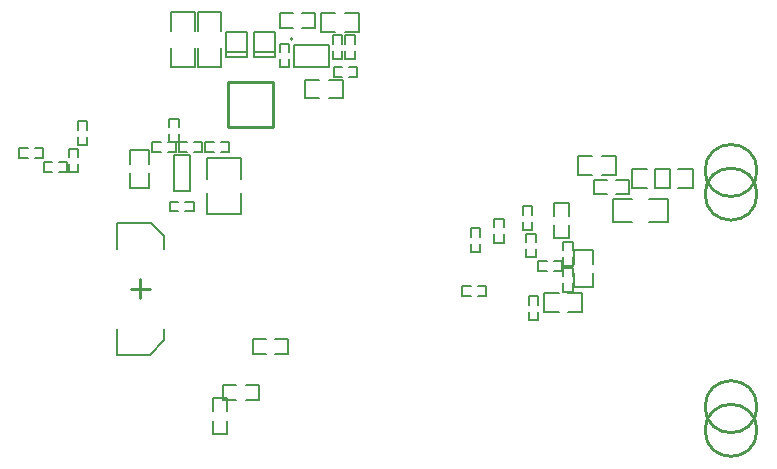
<source format=gbo>
G04 Layer_Color=12566272*
%FSLAX44Y44*%
%MOMM*%
G71*
G01*
G75*
%ADD58C,0.2000*%
%ADD61C,0.1500*%
%ADD92C,0.2540*%
D58*
X279000Y471500D02*
G03*
X279000Y471500I-1000J0D01*
G01*
X280000Y447500D02*
Y466500D01*
X310000D01*
Y447500D02*
Y466500D01*
X280000Y447500D02*
X310000D01*
X191558Y342420D02*
Y372900D01*
X178350D02*
X191558D01*
X178350Y342420D02*
Y372900D01*
Y342420D02*
X191558D01*
X130000Y204125D02*
Y226125D01*
Y204125D02*
X158000D01*
X170000Y216125D02*
Y226125D01*
X158000Y204125D02*
X170000Y216125D01*
X159000Y315875D02*
X170000Y304875D01*
Y293875D02*
Y304875D01*
X130000Y315875D02*
X159000D01*
X130000Y293875D02*
Y315875D01*
D61*
X585500Y345500D02*
Y361500D01*
X617500Y345500D02*
Y361500D01*
X585500Y345500D02*
X597500D01*
X605500D02*
X617500D01*
X585500Y361500D02*
X597500D01*
X605500D02*
X617500D01*
X331500Y454500D02*
Y461500D01*
Y467500D02*
Y474500D01*
X323500Y454500D02*
Y461500D01*
Y467500D02*
Y474500D01*
Y454500D02*
X331500D01*
X323500Y474500D02*
X331500D01*
X313000Y467500D02*
Y474500D01*
Y454500D02*
Y461500D01*
X321000Y467500D02*
Y474500D01*
Y454500D02*
Y461500D01*
X313000Y474500D02*
X321000D01*
X313000Y454500D02*
X321000D01*
X313500Y439500D02*
X320500D01*
X326500D02*
X333500D01*
X313500Y447500D02*
X320500D01*
X326500D02*
X333500D01*
X313500Y439500D02*
Y447500D01*
X333500Y439500D02*
Y447500D01*
X276000Y447500D02*
Y454500D01*
Y460500D02*
Y467500D01*
X268000Y447500D02*
Y454500D01*
Y460500D02*
Y467500D01*
Y447500D02*
X276000D01*
X268000Y467500D02*
X276000D01*
X196000Y448000D02*
Y464000D01*
Y478000D02*
Y494000D01*
X176000Y448000D02*
Y464000D01*
Y478000D02*
Y494000D01*
Y448000D02*
X196000D01*
X176000Y494000D02*
X196000D01*
X303000Y477000D02*
Y493000D01*
X335000Y477000D02*
Y493000D01*
X303000Y477000D02*
X315000D01*
X323000D02*
X335000D01*
X303000Y493000D02*
X315000D01*
X323000D02*
X335000D01*
X198500Y478000D02*
Y494000D01*
Y448000D02*
Y464000D01*
X218500Y478000D02*
Y494000D01*
Y448000D02*
Y464000D01*
X198500Y494000D02*
X218500D01*
X198500Y448000D02*
X218500D01*
X264000Y456500D02*
Y477500D01*
X246000D02*
X264000D01*
X246000Y456500D02*
Y477500D01*
Y456500D02*
X264000D01*
X246000Y460500D02*
X264000D01*
X240500Y456500D02*
Y477500D01*
X222500D02*
X240500D01*
X222500Y456500D02*
Y477500D01*
Y456500D02*
X240500D01*
X222500Y460500D02*
X240500D01*
X298000Y481000D02*
Y493000D01*
X268000Y481000D02*
Y493000D01*
X287000D02*
X298000D01*
X268000D02*
X279000D01*
X287000Y481000D02*
X298000D01*
X268000D02*
X279000D01*
X289500Y421000D02*
Y437000D01*
X321500Y421000D02*
Y437000D01*
X289500Y421000D02*
X301500D01*
X309500D02*
X321500D01*
X289500Y437000D02*
X301500D01*
X309500D02*
X321500D01*
X517000Y281000D02*
Y293000D01*
Y261000D02*
Y273000D01*
X533000Y281000D02*
Y293000D01*
Y261000D02*
Y273000D01*
X517000Y293000D02*
X533000D01*
X517000Y261000D02*
X533000D01*
X534000Y340000D02*
X545000D01*
X553000D02*
X564000D01*
X534000Y352000D02*
X545000D01*
X553000D02*
X564000D01*
X534000Y340000D02*
Y352000D01*
X564000Y340000D02*
Y352000D01*
X175000Y325500D02*
Y333500D01*
X195000Y325500D02*
Y333500D01*
X175000Y325500D02*
X182000D01*
X188000D02*
X195000D01*
X175000Y333500D02*
X182000D01*
X188000D02*
X195000D01*
X68000Y359000D02*
Y367000D01*
X88000Y359000D02*
Y367000D01*
X68000Y359000D02*
X75000D01*
X81000D02*
X88000D01*
X68000Y367000D02*
X75000D01*
X81000D02*
X88000D01*
X598500Y345500D02*
Y361500D01*
X566500Y345500D02*
Y361500D01*
X586500D02*
X598500D01*
X566500D02*
X578500D01*
X586500Y345500D02*
X598500D01*
X566500D02*
X578500D01*
X473500Y329635D02*
X481500D01*
X473500Y309635D02*
X481500D01*
X473500Y322635D02*
Y329635D01*
Y309635D02*
Y316635D01*
X481500Y322635D02*
Y329635D01*
Y309635D02*
Y316635D01*
X487000Y275000D02*
Y283000D01*
X507000Y275000D02*
Y283000D01*
X487000Y275000D02*
X494000D01*
X500000D02*
X507000D01*
X487000Y283000D02*
X494000D01*
X500000D02*
X507000D01*
X580500Y336000D02*
X596500D01*
X550500D02*
X566500D01*
X580500Y316000D02*
X596500D01*
X550500D02*
X566500D01*
X596500D02*
Y336000D01*
X550500Y316000D02*
Y336000D01*
X105000Y381500D02*
Y388500D01*
Y394500D02*
Y401500D01*
X97000Y381500D02*
Y388500D01*
Y394500D02*
Y401500D01*
Y381500D02*
X105000D01*
X97000Y401500D02*
X105000D01*
X182250Y376000D02*
X189250D01*
X195250D02*
X202250D01*
X182250Y384000D02*
X189250D01*
X195250D02*
X202250D01*
X182250Y376000D02*
Y384000D01*
X202250Y376000D02*
Y384000D01*
X174500Y404000D02*
X182500D01*
X174500Y384000D02*
X182500D01*
X174500Y397000D02*
Y404000D01*
Y384000D02*
Y391000D01*
X182500Y397000D02*
Y404000D01*
Y384000D02*
Y391000D01*
X245000Y205000D02*
X256000D01*
X264000D02*
X275000D01*
X245000Y217000D02*
X256000D01*
X264000D02*
X275000D01*
X245000Y205000D02*
Y217000D01*
X275000Y205000D02*
Y217000D01*
X211500Y156000D02*
Y167000D01*
Y137000D02*
Y148000D01*
X223500Y156000D02*
Y167000D01*
Y137000D02*
Y148000D01*
X211500Y167000D02*
X223500D01*
X211500Y137000D02*
X223500D01*
X225000Y376000D02*
Y384000D01*
X205000Y376000D02*
Y384000D01*
X218000D02*
X225000D01*
X205000D02*
X212000D01*
X218000Y376000D02*
X225000D01*
X205000D02*
X212000D01*
X540500Y372500D02*
X552500D01*
X520500D02*
X532500D01*
X540500Y356500D02*
X552500D01*
X520500D02*
X532500D01*
X552500D02*
Y372500D01*
X520500Y356500D02*
Y372500D01*
X516000Y279500D02*
Y286500D01*
Y292500D02*
Y299500D01*
X508000Y279500D02*
Y286500D01*
Y292500D02*
Y299500D01*
Y279500D02*
X516000D01*
X508000Y299500D02*
X516000D01*
X442500Y254000D02*
Y262000D01*
X422500Y254000D02*
Y262000D01*
X435500D02*
X442500D01*
X422500D02*
X429500D01*
X435500Y254000D02*
X442500D01*
X422500D02*
X429500D01*
X437500Y291000D02*
Y298000D01*
Y304000D02*
Y311000D01*
X429500Y291000D02*
Y298000D01*
Y304000D02*
Y311000D01*
Y291000D02*
X437500D01*
X429500Y311000D02*
X437500D01*
X508000Y257500D02*
X516000D01*
X508000Y277500D02*
X516000D01*
Y257500D02*
Y264500D01*
Y270500D02*
Y277500D01*
X508000Y257500D02*
Y264500D01*
Y270500D02*
Y277500D01*
X479000Y233500D02*
X487000D01*
X479000Y253500D02*
X487000D01*
Y233500D02*
Y240500D01*
Y246500D02*
Y253500D01*
X479000Y233500D02*
Y240500D01*
Y246500D02*
Y253500D01*
X89500Y358500D02*
X97500D01*
X89500Y378500D02*
X97500D01*
Y358500D02*
Y365500D01*
Y371500D02*
Y378500D01*
X89500Y358500D02*
Y365500D01*
Y371500D02*
Y378500D01*
X47500Y371000D02*
Y379000D01*
X67500Y371000D02*
Y379000D01*
X47500Y371000D02*
X54500D01*
X60500D02*
X67500D01*
X47500Y379000D02*
X54500D01*
X60500D02*
X67500D01*
X449500Y299000D02*
X457500D01*
X449500Y319000D02*
X457500D01*
Y299000D02*
Y306000D01*
Y312000D02*
Y319000D01*
X449500Y299000D02*
Y306000D01*
Y312000D02*
Y319000D01*
X141000Y365500D02*
Y377500D01*
Y345500D02*
Y357500D01*
X157000Y365500D02*
Y377500D01*
Y345500D02*
Y357500D01*
X141000Y377500D02*
X157000D01*
X141000Y345500D02*
X157000D01*
X180000Y376000D02*
Y384000D01*
X160000Y376000D02*
Y384000D01*
X173000D02*
X180000D01*
X160000D02*
X167000D01*
X173000Y376000D02*
X180000D01*
X160000D02*
X167000D01*
X476500Y286500D02*
X484500D01*
X476500Y306500D02*
X484500D01*
Y286500D02*
Y293500D01*
Y299500D02*
Y306500D01*
X476500Y286500D02*
Y293500D01*
Y299500D02*
Y306500D01*
X512000Y256000D02*
X524000D01*
X492000D02*
X504000D01*
X512000Y240000D02*
X524000D01*
X492000D02*
X504000D01*
X524000D02*
Y256000D01*
X492000Y240000D02*
Y256000D01*
X512500Y302500D02*
Y313500D01*
Y321500D02*
Y332500D01*
X500500Y302500D02*
Y313500D01*
Y321500D02*
Y332500D01*
Y302500D02*
X512500D01*
X500500Y332500D02*
X512500D01*
X206000Y323500D02*
X235500D01*
X206000D02*
Y341000D01*
X235500Y323500D02*
X235510Y341000D01*
X205990Y353000D02*
X206000Y370500D01*
X235500Y353000D02*
Y370500D01*
X206000D02*
X235500D01*
X250000Y166000D02*
Y178000D01*
X220000Y166000D02*
Y178000D01*
X239000D02*
X250000D01*
X220000D02*
X231000D01*
X239000Y166000D02*
X250000D01*
X220000D02*
X231000D01*
D92*
X672000Y360000D02*
G03*
X672000Y360000I-22000J0D01*
G01*
X672000Y340000D02*
G03*
X672000Y340000I-22000J0D01*
G01*
Y160000D02*
G03*
X672000Y160000I-22000J0D01*
G01*
X672000Y140000D02*
G03*
X672000Y140000I-22000J0D01*
G01*
X224000Y397000D02*
X262000D01*
X224000D02*
Y435000D01*
X262000D01*
Y397000D02*
Y435000D01*
X142000Y260000D02*
X158000D01*
X150000Y252000D02*
Y268000D01*
M02*

</source>
